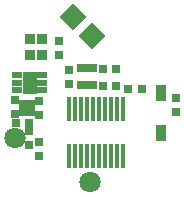
<source format=gbs>
G04*
G04 #@! TF.GenerationSoftware,Altium Limited,Altium Designer,20.0.13 (296)*
G04*
G04 Layer_Color=16711935*
%FSLAX25Y25*%
%MOIN*%
G70*
G01*
G75*
%ADD29R,0.02965X0.02965*%
%ADD35R,0.02965X0.02965*%
%ADD42C,0.07099*%
%ADD57R,0.03753X0.05524*%
%ADD58P,0.08926X4X90.0*%
%ADD59R,0.03359X0.03162*%
%ADD60R,0.05131X0.07493*%
%ADD61R,0.03359X0.02178*%
%ADD62R,0.01391X0.02769*%
%ADD63R,0.03556X0.03753*%
%ADD64R,0.01784X0.07887*%
D29*
X33200Y37500D02*
D03*
X37800D02*
D03*
X37800Y32000D02*
D03*
X33200D02*
D03*
X41700Y31000D02*
D03*
X46300D02*
D03*
X8800Y19500D02*
D03*
X4200D02*
D03*
D35*
X57500Y27800D02*
D03*
Y23200D02*
D03*
X22000Y37300D02*
D03*
Y32700D02*
D03*
X18500Y42200D02*
D03*
Y46800D02*
D03*
X12000Y26800D02*
D03*
Y22200D02*
D03*
X3890Y27124D02*
D03*
Y22524D02*
D03*
X12000Y13300D02*
D03*
Y8700D02*
D03*
X8500Y12200D02*
D03*
Y16800D02*
D03*
D42*
X29000Y0D02*
D03*
X4000Y14500D02*
D03*
D57*
X52500Y29693D02*
D03*
Y16307D02*
D03*
D58*
X23438Y54733D02*
D03*
X29562Y48608D02*
D03*
D59*
X26228Y32244D02*
D03*
X29772D02*
D03*
Y37756D02*
D03*
X26228D02*
D03*
D60*
X8866Y33000D02*
D03*
D61*
X13000Y30441D02*
D03*
Y33000D02*
D03*
Y35559D02*
D03*
X4732D02*
D03*
Y33000D02*
D03*
Y30441D02*
D03*
D62*
X10000Y26000D02*
D03*
X8622D02*
D03*
X7244D02*
D03*
X5866D02*
D03*
Y23244D02*
D03*
X7244D02*
D03*
X8622D02*
D03*
X10000D02*
D03*
D63*
X9032Y47657D02*
D03*
Y42343D02*
D03*
X12969D02*
D03*
Y47657D02*
D03*
D64*
X22142Y24374D02*
D03*
Y8626D02*
D03*
X24110Y24374D02*
D03*
Y8626D02*
D03*
X26079Y24374D02*
D03*
Y8626D02*
D03*
X28047Y24374D02*
D03*
Y8626D02*
D03*
X30016Y24374D02*
D03*
Y8626D02*
D03*
X31984Y24374D02*
D03*
Y8626D02*
D03*
X33953Y24374D02*
D03*
Y8626D02*
D03*
X35921Y24374D02*
D03*
Y8626D02*
D03*
X37890Y24374D02*
D03*
Y8626D02*
D03*
X39858Y24374D02*
D03*
Y8626D02*
D03*
M02*

</source>
